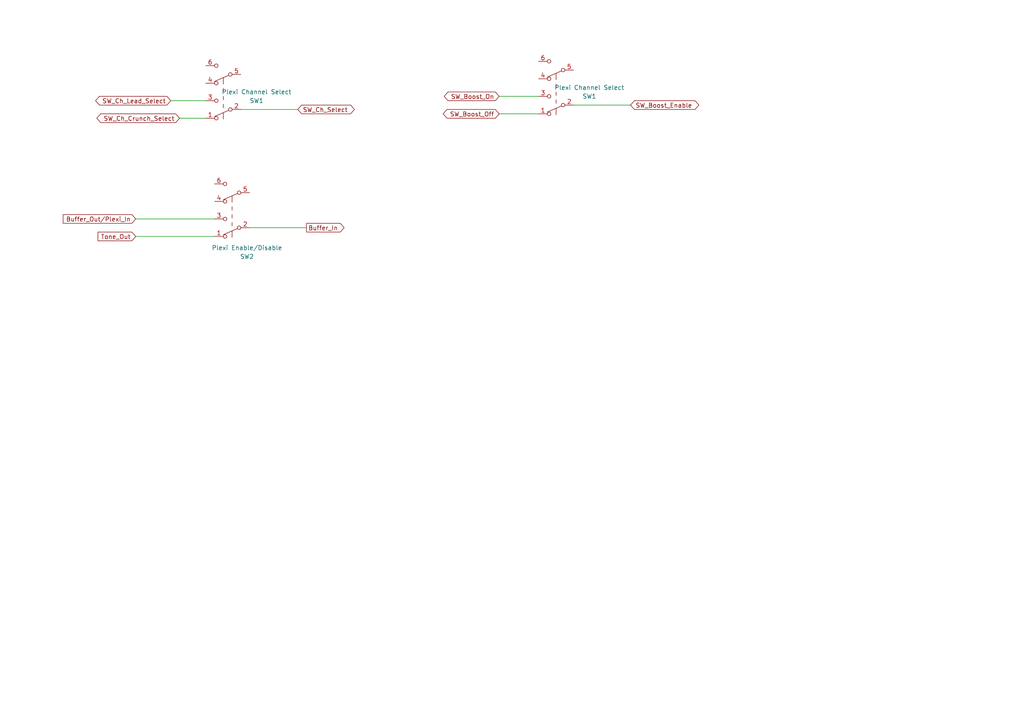
<source format=kicad_sch>
(kicad_sch (version 20230121) (generator eeschema)
  (paper "A4")
  (lib_symbols
    (symbol "Switch:SW_Push_DPDT" (pin_names (offset 0) hide)
      (property "Reference" "SW" (at 0 8.89 0))
      (property "Value" "SW_Push_DPDT" (at 0 -10.16 0))
      (symbol "SW_Push_DPDT_0_0"
        (circle (center -2.032 -5.08) (radius 0.508))
        (circle (center -2.032 5.08) (radius 0.508))
        (circle (center 2.032 -7.62) (radius 0.508))
        (circle (center 2.032 2.54) (radius 0.508))
      )
      (symbol "SW_Push_DPDT_0_1"
        (polyline (pts (xy -1.524 -4.826) (xy 2.54 -3.048)))
        (polyline (pts (xy -1.524 5.334) (xy 2.54 7.112)))
        (polyline (pts (xy 0 -2.286) (xy 0 -4.064)))
        (polyline (pts (xy 0 -1.016) (xy 0 0)))
        (polyline (pts (xy 0 1.27) (xy 0 2.286)))
        (polyline (pts (xy 0 3.556) (xy 0 4.572)))
        (polyline (pts (xy 0 7.874) (xy 0 6.096)))
        (circle (center 2.032 -2.54) (radius 0.508))
        (circle (center 2.032 7.62) (radius 0.508))
      )
      (symbol "SW_Push_DPDT_1_1"
        (pin passive line (at 5.08 7.62 180) (length 2.54) (name "A") (number "1"))
        (pin passive line (at -5.08 5.08 0) (length 2.54) (name "B") (number "2"))
        (pin passive line (at 5.08 2.54 180) (length 2.54) (name "C") (number "3"))
        (pin passive line (at 5.08 -2.54 180) (length 2.54) (name "A") (number "4"))
        (pin passive line (at -5.08 -5.08 0) (length 2.54) (name "B") (number "5"))
        (pin passive line (at 5.08 -7.62 180) (length 2.54) (name "C") (number "6"))
      )
    )
  )
  (wire (pts (xy 59.69 34.29) (xy 52.07 34.29)))
  (wire (pts (xy 72.39 66.04) (xy 88.9 66.04)))
  (wire (pts (xy 59.69 29.21) (xy 49.53 29.21)))
  (wire (pts (xy 166.37 30.48) (xy 182.88 30.48)))
  (wire (pts (xy 39.37 68.58) (xy 62.23 68.58)))
  (wire (pts (xy 69.85 31.75) (xy 86.36 31.75)))
  (wire (pts (xy 62.23 63.5) (xy 39.37 63.5)))
  (wire (pts (xy 156.21 33.02) (xy 144.78 33.02)))
  (wire (pts (xy 156.21 27.94) (xy 144.78 27.94)))
  (global_label "Buffer_Out{slash}Plexi_In" (shape input) (at 39.37 63.5 180) (property "Intersheetrefs" "${INTERSHEET_REFS}" (effects hide)))
  (global_label "SW_Boost_Off" (shape bidirectional) (at 144.78 33.02 180) (property "Intersheetrefs" "${INTERSHEET_REFS}" (effects hide)))
  (global_label "Buffer_In" (shape output) (at 88.9 66.04 0) (property "Intersheetrefs" "${INTERSHEET_REFS}" (effects hide)))
  (global_label "Tone_Out" (shape input) (at 39.37 68.58 180) (property "Intersheetrefs" "${INTERSHEET_REFS}" (effects hide)))
  (global_label "SW_Boost_Enable" (shape bidirectional) (at 182.88 30.48 0) (property "Intersheetrefs" "${INTERSHEET_REFS}" (effects hide)))
  (global_label "SW_Boost_On" (shape bidirectional) (at 144.78 27.94 180) (property "Intersheetrefs" "${INTERSHEET_REFS}" (effects hide)))
  (global_label "SW_Ch_Select" (shape bidirectional) (at 86.36 31.75 0) (property "Intersheetrefs" "${INTERSHEET_REFS}" (effects hide)))
  (global_label "SW_Ch_Lead_Select" (shape bidirectional) (at 49.53 29.21 180) (property "Intersheetrefs" "${INTERSHEET_REFS}" (effects hide)))
  (global_label "SW_Ch_Crunch_Select" (shape bidirectional) (at 52.07 34.29 180) (property "Intersheetrefs" "${INTERSHEET_REFS}" (effects hide)))
  (symbol (lib_id "Switch:SW_Push_DPDT") (at 67.31 60.96 180) (unit 1)
    (property "Reference" "SW2" (at 71.628 74.422 0))
    (property "Value" "Plexi Enable/Disable" (at 71.628 71.882 0))
    (instances (project "CustomPlexi" (path "" (reference "SW2") (unit 1)) (path "" (reference "SW4") (unit 1))))
  )
  (symbol (lib_id "Switch:SW_Push_DPDT") (at 64.77 26.67 180) (unit 1)
    (property "Reference" "SW1" (at 74.422 29.21 0))
    (property "Value" "Plexi Channel Select" (at 74.422 26.67 0))
    (instances (project "CustomPlexi" (path "" (reference "SW1") (unit 1)) (path "" (reference "SW3") (unit 1))))
  )
  (symbol (lib_id "Switch:SW_Push_DPDT") (at 161.29 25.4 180) (unit 1)
    (property "Reference" "SW1" (at 170.942 27.94 0))
    (property "Value" "Plexi Channel Select" (at 170.942 25.4 0))
    (instances (project "CustomPlexi" (path "" (reference "SW1") (unit 1)) (path "" (reference "SW5") (unit 1))))
  )
)
</source>
